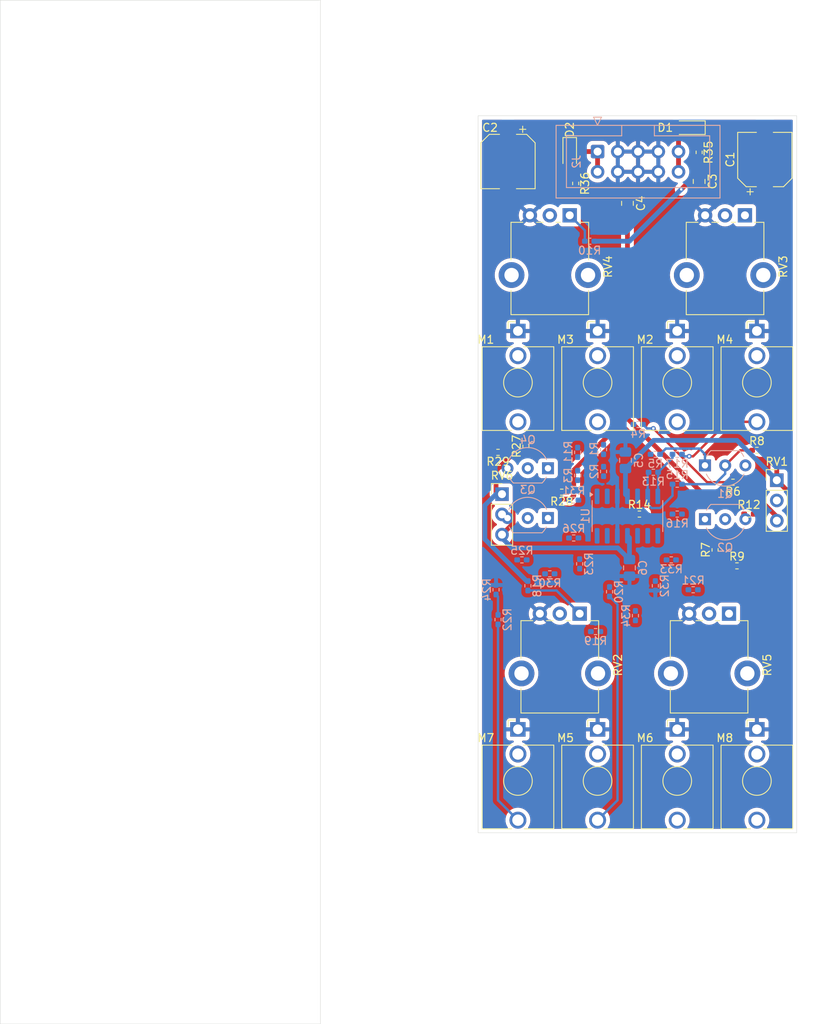
<source format=kicad_pcb>
(kicad_pcb (version 20221018) (generator pcbnew)

  (general
    (thickness 1.6)
  )

  (paper "A4")
  (layers
    (0 "F.Cu" signal)
    (31 "B.Cu" signal)
    (32 "B.Adhes" user "B.Adhesive")
    (33 "F.Adhes" user "F.Adhesive")
    (34 "B.Paste" user)
    (35 "F.Paste" user)
    (36 "B.SilkS" user "B.Silkscreen")
    (37 "F.SilkS" user "F.Silkscreen")
    (38 "B.Mask" user)
    (39 "F.Mask" user)
    (40 "Dwgs.User" user "User.Drawings")
    (41 "Cmts.User" user "User.Comments")
    (42 "Eco1.User" user "User.Eco1")
    (43 "Eco2.User" user "User.Eco2")
    (44 "Edge.Cuts" user)
    (45 "Margin" user)
    (46 "B.CrtYd" user "B.Courtyard")
    (47 "F.CrtYd" user "F.Courtyard")
    (48 "B.Fab" user)
    (49 "F.Fab" user)
    (50 "User.1" user)
    (51 "User.2" user)
    (52 "User.3" user)
    (53 "User.4" user)
    (54 "User.5" user)
    (55 "User.6" user)
    (56 "User.7" user)
    (57 "User.8" user)
    (58 "User.9" user)
  )

  (setup
    (pad_to_mask_clearance 0)
    (pcbplotparams
      (layerselection 0x00010fc_ffffffff)
      (plot_on_all_layers_selection 0x0000000_00000000)
      (disableapertmacros false)
      (usegerberextensions false)
      (usegerberattributes true)
      (usegerberadvancedattributes true)
      (creategerberjobfile true)
      (dashed_line_dash_ratio 12.000000)
      (dashed_line_gap_ratio 3.000000)
      (svgprecision 4)
      (plotframeref false)
      (viasonmask false)
      (mode 1)
      (useauxorigin false)
      (hpglpennumber 1)
      (hpglpenspeed 20)
      (hpglpendiameter 15.000000)
      (dxfpolygonmode true)
      (dxfimperialunits true)
      (dxfusepcbnewfont true)
      (psnegative false)
      (psa4output false)
      (plotreference true)
      (plotvalue true)
      (plotinvisibletext false)
      (sketchpadsonfab false)
      (subtractmaskfromsilk false)
      (outputformat 1)
      (mirror false)
      (drillshape 1)
      (scaleselection 1)
      (outputdirectory "")
    )
  )

  (net 0 "")
  (net 1 "GND")
  (net 2 "Net-(M1-PadT)")
  (net 3 "Net-(M2-PadT)")
  (net 4 "unconnected-(M2-PadTN)")
  (net 5 "Net-(M3-PadT)")
  (net 6 "Net-(Q1-E)")
  (net 7 "Net-(Q1-B)")
  (net 8 "Net-(Q1-C)")
  (net 9 "Net-(Q2-B)")
  (net 10 "Net-(Q2-C)")
  (net 11 "Net-(U1A--)")
  (net 12 "Net-(R2-Pad1)")
  (net 13 "Net-(R3-Pad2)")
  (net 14 "+12V")
  (net 15 "Net-(R10-Pad1)")
  (net 16 "Net-(M4-PadT)")
  (net 17 "unconnected-(M4-PadTN)")
  (net 18 "Net-(M5-PadT)")
  (net 19 "Net-(M6-PadT)")
  (net 20 "unconnected-(M6-PadTN)")
  (net 21 "Net-(M7-PadT)")
  (net 22 "Net-(M8-PadT)")
  (net 23 "unconnected-(M8-PadTN)")
  (net 24 "Net-(Q3-E)")
  (net 25 "Net-(Q3-B)")
  (net 26 "Net-(Q3-C)")
  (net 27 "Net-(Q4-B)")
  (net 28 "Net-(Q4-C)")
  (net 29 "Net-(R11-Pad1)")
  (net 30 "Net-(R12-Pad2)")
  (net 31 "Net-(U1B--)")
  (net 32 "Net-(R13-Pad2)")
  (net 33 "Net-(U1B-+)")
  (net 34 "Net-(R18-Pad1)")
  (net 35 "Net-(R19-Pad1)")
  (net 36 "Net-(U1C--)")
  (net 37 "Net-(R21-Pad1)")
  (net 38 "Net-(R23-Pad2)")
  (net 39 "Net-(R29-Pad2)")
  (net 40 "Net-(U1D--)")
  (net 41 "Net-(R33-Pad2)")
  (net 42 "Net-(D1-K)")
  (net 43 "Net-(D1-A)")
  (net 44 "Net-(D2-K)")
  (net 45 "Net-(D2-A)")
  (net 46 "Net-(M1-PadTN)")
  (net 47 "Net-(M3-PadTN)")
  (net 48 "-12V")
  (net 49 "Net-(U1C-+)")

  (footprint "SynthMages:Jack_3.5mm_QingPu_WQP-PJ398SM_Vertical_CircularHoles_Socket_Centered" (layer "F.Cu") (at 115 103.5))

  (footprint "Diode_SMD:D_SOD-323_HandSoldering" (layer "F.Cu") (at 116.5 21.5 180))

  (footprint "Connector_PinHeader_2.54mm:PinHeader_1x03_P2.54mm_Vertical" (layer "F.Cu") (at 127.5 65.75))

  (footprint "Capacitor_SMD:CP_Elec_6.3x5.4" (layer "F.Cu") (at 126 25.5 90))

  (footprint "Diode_SMD:D_SOD-323_HandSoldering" (layer "F.Cu") (at 101.5 24.75 -90))

  (footprint "Resistor_SMD:R_0402_1005Metric_Pad0.72x0.64mm_HandSolder" (layer "F.Cu") (at 96 61.5 90))

  (footprint "SynthMages:Potentiometer_Alpha_RD901F-40-00D_Single_Vertical_CircularHoles_Shaft_Centered" (layer "F.Cu") (at 119 90 -90))

  (footprint "Resistor_SMD:R_0402_1005Metric_Pad0.72x0.64mm_HandSolder" (layer "F.Cu") (at 119.75 74.5 90))

  (footprint "SynthMages:Jack_3.5mm_QingPu_WQP-PJ398SM_Vertical_CircularHoles_Socket_Centered" (layer "F.Cu") (at 105 53.5))

  (footprint "SynthMages:Jack_3.5mm_QingPu_WQP-PJ398SM_Vertical_CircularHoles_Socket_Centered" (layer "F.Cu") (at 125 53.5))

  (footprint "Resistor_SMD:R_0402_1005Metric_Pad0.72x0.64mm_HandSolder" (layer "F.Cu") (at 100.5 67.25 180))

  (footprint "Resistor_SMD:R_0402_1005Metric_Pad0.72x0.64mm_HandSolder" (layer "F.Cu") (at 125 62))

  (footprint "Connector_PinHeader_2.54mm:PinHeader_1x03_P2.54mm_Vertical" (layer "F.Cu") (at 93 67.5))

  (footprint "Resistor_SMD:R_0402_1005Metric_Pad0.72x0.64mm_HandSolder" (layer "F.Cu") (at 124 70))

  (footprint "Resistor_SMD:R_0402_1005Metric_Pad0.72x0.64mm_HandSolder" (layer "F.Cu") (at 117.75 24.5975 -90))

  (footprint "Resistor_SMD:R_0402_1005Metric_Pad0.72x0.64mm_HandSolder" (layer "F.Cu") (at 92.5 62.25 180))

  (footprint "Resistor_SMD:R_0402_1005Metric_Pad0.72x0.64mm_HandSolder" (layer "F.Cu") (at 102.25 28.5 -90))

  (footprint "SynthMages:Potentiometer_Alpha_RD901F-40-00D_Single_Vertical_CircularHoles_Shaft_Centered" (layer "F.Cu") (at 121 40 -90))

  (footprint "SynthMages:Jack_3.5mm_QingPu_WQP-PJ398SM_Vertical_CircularHoles_Socket_Centered" (layer "F.Cu") (at 125 103.5))

  (footprint "Resistor_SMD:R_0402_1005Metric_Pad0.72x0.64mm_HandSolder" (layer "F.Cu") (at 122.5 76.5))

  (footprint "Capacitor_SMD:C_0805_2012Metric_Pad1.18x1.45mm_HandSolder" (layer "F.Cu") (at 117.75 28.25 -90))

  (footprint "Capacitor_SMD:CP_Elec_6.3x5.4" (layer "F.Cu") (at 93.75 25.75 -90))

  (footprint "Resistor_SMD:R_0402_1005Metric_Pad0.72x0.64mm_HandSolder" (layer "F.Cu") (at 122 66 180))

  (footprint "SynthMages:Jack_3.5mm_QingPu_WQP-PJ398SM_Vertical_CircularHoles_Socket_Centered" (layer "F.Cu") (at 115 53.5))

  (footprint "Capacitor_SMD:C_0805_2012Metric_Pad1.18x1.45mm_HandSolder" (layer "F.Cu") (at 108.75 31 -90))

  (footprint "Resistor_SMD:R_0402_1005Metric_Pad0.72x0.64mm_HandSolder" (layer "F.Cu") (at 110.25 70))

  (footprint "SynthMages:Potentiometer_Alpha_RD901F-40-00D_Single_Vertical_CircularHoles_Shaft_Centered" (layer "F.Cu") (at 100.25 90 -90))

  (footprint "SynthMages:Jack_3.5mm_QingPu_WQP-PJ398SM_Vertical_CircularHoles_Socket_Centered" (layer "F.Cu") (at 95 53.5))

  (footprint "SynthMages:Potentiometer_Alpha_RD901F-40-00D_Single_Vertical_CircularHoles_Shaft_Centered" (layer "F.Cu") (at 99 40 -90))

  (footprint "SynthMages:Jack_3.5mm_QingPu_WQP-PJ398SM_Vertical_CircularHoles_Socket_Centered" (layer "F.Cu") (at 95 103.5))

  (footprint "SynthMages:Jack_3.5mm_QingPu_WQP-PJ398SM_Vertical_CircularHoles_Socket_Centered" (layer "F.Cu") (at 105 103.5))

  (footprint "Resistor_SMD:R_0402_1005Metric_Pad0.72x0.64mm_HandSolder" (layer "B.Cu") (at 109.75 82.75 -90))

  (footprint "Package_TO_SOT_THT:TO-92_Inline_Wide" (layer "B.Cu") (at 98.77 64.25 180))

  (footprint "Resistor_SMD:R_0402_1005Metric_Pad0.72x0.64mm_HandSolder" (layer "B.Cu") (at 112.25 62.5))

  (footprint "SynthMages:IDC-Header_2x05_P2.54mm_Vertical_Fixed_Ground_Fill" (layer "B.Cu") (at 105 24.5 -90))

  (footprint "Package_TO_SOT_THT:TO-92_Inline_Wide" (layer "B.Cu") (at 98.77 70.5 180))

  (footprint "Resistor_SMD:R_0402_1005Metric_Pad0.72x0.64mm_HandSolder" (layer "B.Cu") (at 114.25 75.75))

  (footprint "Resistor_SMD:R_0402_1005Metric_Pad0.72x0.64mm_HandSolder" (layer "B.Cu") (at 115 70))

  (footprint "Resistor_SMD:R_0402_1005Metric_Pad0.72x0.64mm_HandSolder" (layer "B.Cu") (at 110.0975 58.75))

  (footprint "Resistor_SMD:R_0402_1005Metric_Pad0.72x0.64mm_HandSolder" (layer "B.Cu") (at 102.5 65.1525 -90))

  (footprint "Resistor_SMD:R_0402_1005Metric_Pad0.72x0.64mm_HandSolder" (layer "B.Cu") (at 92.25 79.5 -90))

  (footprint "Resistor_SMD:R_0402_1005Metric_Pad0.72x0.64mm_HandSolder" (layer "B.Cu") (at 115 62.5))

  (footprint "Resistor_SMD:R_0402_1005Metric_Pad0.72x0.64mm_HandSolder" (layer "B.Cu")
    (tstamp 4c8cb298-b775-423a-a020-adfb59503ad3)
    (at 105.75 61.9025 -90)
    (descr "Resistor SMD 0402 (1005 Metric), square (rectangular) end terminal, IPC_7351 nominal with elongated pad for handsoldering. (Body size source: IPC-SM-782 page 72, https://www.pcb-3d.com/wordpress/wp-content/uploads/ipc-sm-782a_amendment_1_and_2.pdf), generated with kicad-footprint-generator")
    (tags "resistor handsolder")
    (property "Field4" "")
    (property "Field5" "")
    (property "Sheetfile" "Enlarge.kicad_sch")
    (property "Sheetname" "")
    (property "ki_description" "Resistor")
    (property "ki_keywords" "R res resistor")
    (path "/347926c3-e8a8-48e1-a8b9-4a2edda94a24")
    (attr smd)
    (fp_text reference "R1" (at 0 1.17 90) (layer "B.SilkS")
        (effects (font (size 1 1) (thickness 0.15)) (justify mirror))
      (tstamp 759f49cd-c435-4a63-8b8c-7ffabcf68529)
    )
    (fp_text value "100K" (at 0 -1.17 90) (layer "B.Fab")
        (effects (font (size 1 1) (thickness 0.15)) (justify mirror))
      (tstamp a83dc180-0851-4a32-b28a-43d1d87d20d3)
    )
    (fp_text user "${REFERENCE}" (at 0 0 90) (layer "B.Fab")
        (effects (font (size 0.26 0.26) (thickness 0.04)) (justify mirror))
      (tstamp a2ce7858-0f6c-428a-a7bf-3cd1ec3424f6)
    )
    (fp_line (start -0.167621 -0.38) (end 0.167621 -0.38)
      (stroke (width 0.12) (type solid)) (layer "B.SilkS") (tstamp 62cb4027-0cf3-42b6-ba04-9c48e8b83587))
    (fp_line (start -0.167621 0.38) (end 0.167621 0.38)
      (stroke (width 0.12) (type solid)) (layer "B.SilkS") (tstamp 8d463a86-52b7-4b69-b165-cf5d0820682b))
    (fp_line (start -1.1 -0.47) (end -1.1 0.47)
      (stroke (width 0.05) (type solid)) (layer "B.CrtYd") (tstamp e070bde6-e076-4390-9a64-26cad3e258fc))
    (fp_line (star
... [516152 chars truncated]
</source>
